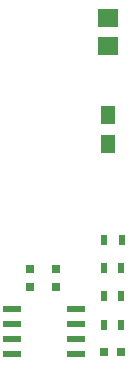
<source format=gbp>
%MOIN*%
%OFA0B0*%
%FSLAX46Y46*%
%IPPOS*%
%LPD*%
%ADD10C,0.0039370078740157488*%
%ADD11R,0.049212598425196853X0.059055118110236227*%
%ADD12R,0.0709X0.061000000000000006*%
%ADD23C,0.0039370078740157488*%
%ADD24R,0.031496062992125991X0.029527559055118113*%
%ADD25R,0.01968503937007874X0.035433070866141732*%
%ADD26R,0.0610236220472441X0.023622047244094488*%
%ADD27R,0.029527559055118113X0.031496062992125991*%
%ADD28C,0.0039370078740157488*%
%ADD29C,0.0039370078740157488*%
G01G01*
D10*
D11*
X-0002795275Y-0004448818D02*
X0000629921Y0001338582D03*
X0000629921Y0001240157D03*
D12*
X0000629921Y0001660473D03*
X0000629921Y0001567873D03*
G04 next file*
G04 #@! TF.FileFunction,Paste,Bot*
G04 Gerber Fmt 4.6, Leading zero omitted, Abs format (unit mm)*
G04 Created by KiCad (PCBNEW 4.0.4-1.fc24-product) date Tue Jun  5 14:17:38 2018*
G01G01*
G04 APERTURE LIST*
G04 APERTURE END LIST*
D23*
D24*
X-0004921259Y0004094488D02*
X0000675196Y0000547244D03*
X0000616141Y0000547244D03*
D25*
X0000616721Y0000919871D03*
X0000675777Y0000919871D03*
X0000675196Y0000635826D03*
X0000616141Y0000635826D03*
X0000675196Y0000732283D03*
X0000616141Y0000732283D03*
D26*
X0000311023Y0000541141D03*
X0000311023Y0000591141D03*
X0000311023Y0000641141D03*
X0000311023Y0000691141D03*
X0000523622Y0000691141D03*
X0000523622Y0000641141D03*
X0000523622Y0000591141D03*
X0000523622Y0000541141D03*
D25*
X0000616141Y0000826771D03*
X0000675196Y0000826771D03*
D27*
X0000456692Y0000763779D03*
X0000456692Y0000822834D03*
X0000370078Y0000763779D03*
X0000370078Y0000822834D03*
G04 next file*
G04 #@! TF.FileFunction,Paste,Bot*
G04 Gerber Fmt 4.6, Leading zero omitted, Abs format (unit mm)*
G04 Created by KiCad (PCBNEW 4.0.4-1.fc24-product) date Tue Jun  5 14:18:38 2018*
G01G01*
G04 APERTURE LIST*
G04 APERTURE END LIST*
D28*
G04 next file*
G04 #@! TF.FileFunction,Paste,Bot*
G04 Gerber Fmt 4.6, Leading zero omitted, Abs format (unit mm)*
G04 Created by KiCad (PCBNEW 4.0.4-1.fc24-product) date Tue Jun  5 15:13:36 2018*
G01G01*
G04 APERTURE LIST*
G04 APERTURE END LIST*
D29*
M02*
</source>
